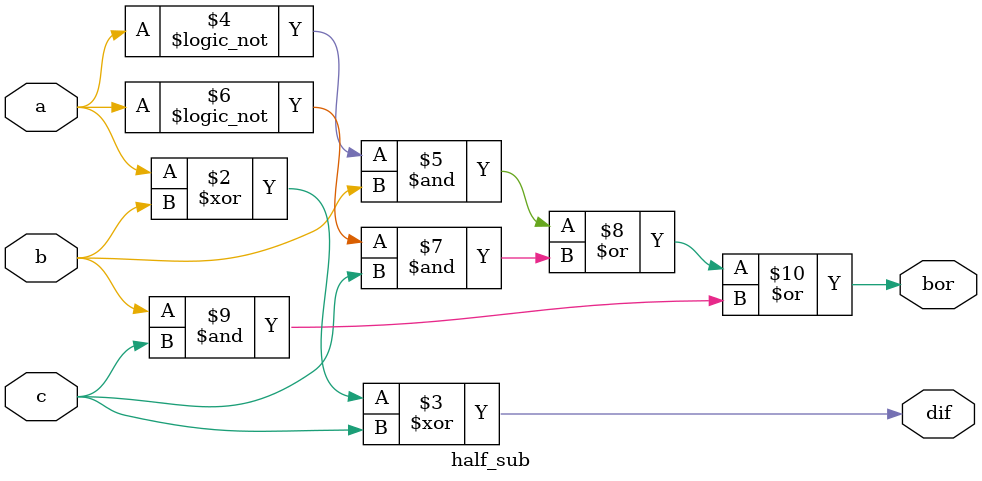
<source format=v>

module half_sub(a,b,c,dif,bor);
  input a,b,c;
 // output dif,bor;
  output reg dif,bor;
  //assign dif=a^b^c;
 // assign bor=!a&b|!a&c|b&c;
  always @(*)
    begin
        dif <= a^b^c;
        bor <= !a&b|!a&c|b&c;
    end
endmodule

</source>
